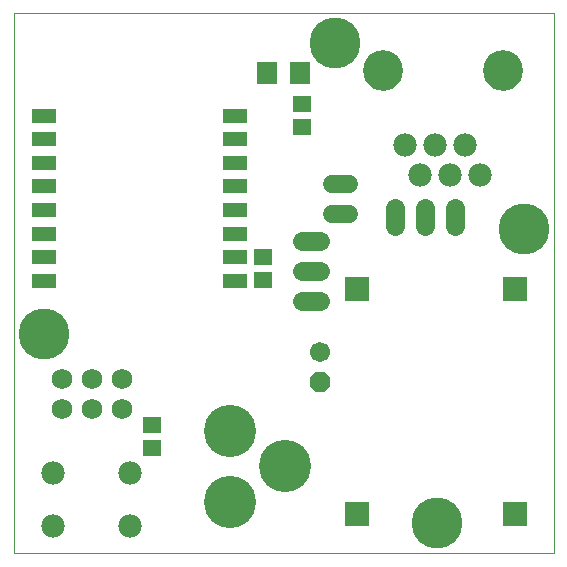
<source format=gts>
G75*
G70*
%OFA0B0*%
%FSLAX24Y24*%
%IPPOS*%
%LPD*%
%AMOC8*
5,1,8,0,0,1.08239X$1,22.5*
%
%ADD10C,0.0000*%
%ADD11C,0.0780*%
%ADD12C,0.1320*%
%ADD13R,0.0800X0.0800*%
%ADD14OC8,0.0670*%
%ADD15C,0.0670*%
%ADD16C,0.1740*%
%ADD17R,0.0670X0.0750*%
%ADD18R,0.0827X0.0512*%
%ADD19R,0.0631X0.0552*%
%ADD20C,0.0600*%
%ADD21C,0.0640*%
%ADD22C,0.0680*%
%ADD23C,0.1700*%
D10*
X000280Y001800D02*
X000280Y019800D01*
X018280Y019800D01*
X018280Y001800D01*
X000280Y001800D01*
X011940Y017900D02*
X011942Y017950D01*
X011948Y018000D01*
X011958Y018049D01*
X011971Y018098D01*
X011989Y018145D01*
X012010Y018191D01*
X012034Y018234D01*
X012062Y018276D01*
X012093Y018316D01*
X012127Y018353D01*
X012164Y018387D01*
X012204Y018418D01*
X012246Y018446D01*
X012289Y018470D01*
X012335Y018491D01*
X012382Y018509D01*
X012431Y018522D01*
X012480Y018532D01*
X012530Y018538D01*
X012580Y018540D01*
X012630Y018538D01*
X012680Y018532D01*
X012729Y018522D01*
X012778Y018509D01*
X012825Y018491D01*
X012871Y018470D01*
X012914Y018446D01*
X012956Y018418D01*
X012996Y018387D01*
X013033Y018353D01*
X013067Y018316D01*
X013098Y018276D01*
X013126Y018234D01*
X013150Y018191D01*
X013171Y018145D01*
X013189Y018098D01*
X013202Y018049D01*
X013212Y018000D01*
X013218Y017950D01*
X013220Y017900D01*
X013218Y017850D01*
X013212Y017800D01*
X013202Y017751D01*
X013189Y017702D01*
X013171Y017655D01*
X013150Y017609D01*
X013126Y017566D01*
X013098Y017524D01*
X013067Y017484D01*
X013033Y017447D01*
X012996Y017413D01*
X012956Y017382D01*
X012914Y017354D01*
X012871Y017330D01*
X012825Y017309D01*
X012778Y017291D01*
X012729Y017278D01*
X012680Y017268D01*
X012630Y017262D01*
X012580Y017260D01*
X012530Y017262D01*
X012480Y017268D01*
X012431Y017278D01*
X012382Y017291D01*
X012335Y017309D01*
X012289Y017330D01*
X012246Y017354D01*
X012204Y017382D01*
X012164Y017413D01*
X012127Y017447D01*
X012093Y017484D01*
X012062Y017524D01*
X012034Y017566D01*
X012010Y017609D01*
X011989Y017655D01*
X011971Y017702D01*
X011958Y017751D01*
X011948Y017800D01*
X011942Y017850D01*
X011940Y017900D01*
X015940Y017900D02*
X015942Y017950D01*
X015948Y018000D01*
X015958Y018049D01*
X015971Y018098D01*
X015989Y018145D01*
X016010Y018191D01*
X016034Y018234D01*
X016062Y018276D01*
X016093Y018316D01*
X016127Y018353D01*
X016164Y018387D01*
X016204Y018418D01*
X016246Y018446D01*
X016289Y018470D01*
X016335Y018491D01*
X016382Y018509D01*
X016431Y018522D01*
X016480Y018532D01*
X016530Y018538D01*
X016580Y018540D01*
X016630Y018538D01*
X016680Y018532D01*
X016729Y018522D01*
X016778Y018509D01*
X016825Y018491D01*
X016871Y018470D01*
X016914Y018446D01*
X016956Y018418D01*
X016996Y018387D01*
X017033Y018353D01*
X017067Y018316D01*
X017098Y018276D01*
X017126Y018234D01*
X017150Y018191D01*
X017171Y018145D01*
X017189Y018098D01*
X017202Y018049D01*
X017212Y018000D01*
X017218Y017950D01*
X017220Y017900D01*
X017218Y017850D01*
X017212Y017800D01*
X017202Y017751D01*
X017189Y017702D01*
X017171Y017655D01*
X017150Y017609D01*
X017126Y017566D01*
X017098Y017524D01*
X017067Y017484D01*
X017033Y017447D01*
X016996Y017413D01*
X016956Y017382D01*
X016914Y017354D01*
X016871Y017330D01*
X016825Y017309D01*
X016778Y017291D01*
X016729Y017278D01*
X016680Y017268D01*
X016630Y017262D01*
X016580Y017260D01*
X016530Y017262D01*
X016480Y017268D01*
X016431Y017278D01*
X016382Y017291D01*
X016335Y017309D01*
X016289Y017330D01*
X016246Y017354D01*
X016204Y017382D01*
X016164Y017413D01*
X016127Y017447D01*
X016093Y017484D01*
X016062Y017524D01*
X016034Y017566D01*
X016010Y017609D01*
X015989Y017655D01*
X015971Y017702D01*
X015958Y017751D01*
X015948Y017800D01*
X015942Y017850D01*
X015940Y017900D01*
D11*
X015330Y015400D03*
X014330Y015400D03*
X013830Y014400D03*
X014830Y014400D03*
X015830Y014400D03*
X013330Y015400D03*
X004160Y004490D03*
X004160Y002710D03*
X001600Y002710D03*
X001600Y004490D03*
D12*
X012580Y017900D03*
X016580Y017900D03*
D13*
X016980Y010600D03*
X011730Y010600D03*
X011730Y003100D03*
X016980Y003100D03*
D14*
X010480Y007500D03*
D15*
X010480Y008500D03*
D16*
X007480Y005894D03*
X009330Y004713D03*
X007480Y003531D03*
D17*
X008720Y017800D03*
X009840Y017800D03*
D18*
X007658Y016399D03*
X007658Y015612D03*
X007658Y014824D03*
X007658Y014037D03*
X007658Y013250D03*
X007658Y012462D03*
X007658Y011675D03*
X007658Y010887D03*
X001280Y010887D03*
X001280Y011675D03*
X001280Y012462D03*
X001280Y013250D03*
X001280Y014037D03*
X001280Y014824D03*
X001280Y015612D03*
X001280Y016399D03*
D19*
X008580Y011674D03*
X008580Y010926D03*
X004880Y006074D03*
X004880Y005326D03*
X009880Y016026D03*
X009880Y016774D03*
D20*
X010900Y014100D02*
X011460Y014100D01*
X011460Y013100D02*
X010900Y013100D01*
D21*
X010480Y012200D02*
X009880Y012200D01*
X009880Y011200D02*
X010480Y011200D01*
X010480Y010200D02*
X009880Y010200D01*
X012980Y012700D02*
X012980Y013300D01*
X013980Y013300D02*
X013980Y012700D01*
X014980Y012700D02*
X014980Y013300D01*
D22*
X003880Y007600D03*
X003880Y006600D03*
X002880Y006600D03*
X002880Y007600D03*
X001880Y007600D03*
X001880Y006600D03*
D23*
X001280Y009100D03*
X010980Y018800D03*
X017280Y012600D03*
X014380Y002800D03*
M02*

</source>
